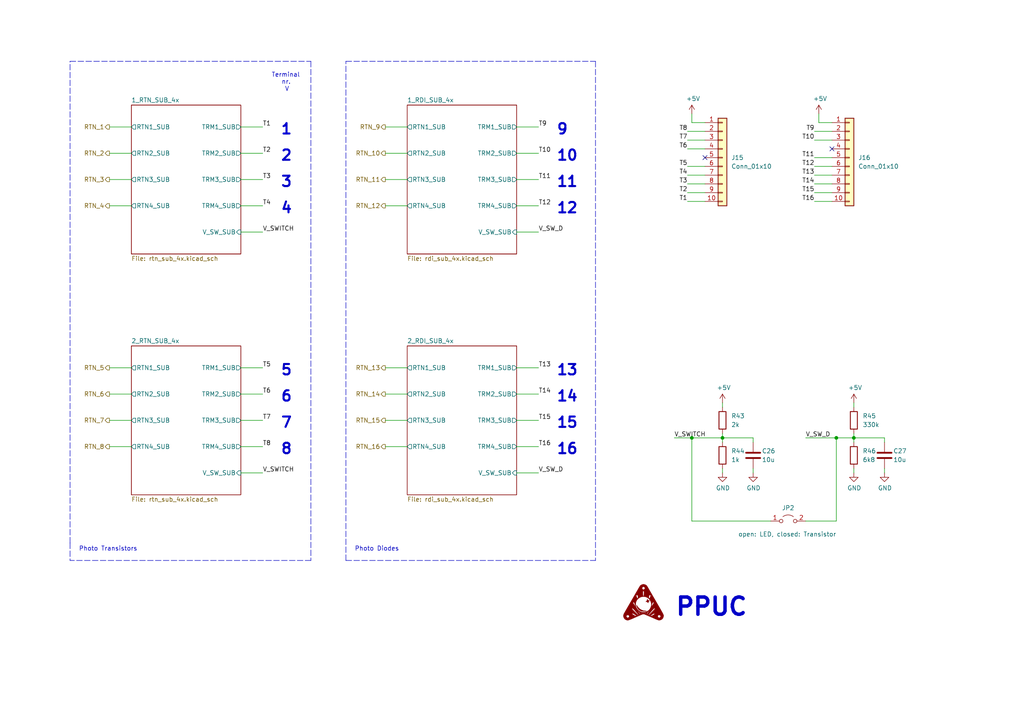
<source format=kicad_sch>
(kicad_sch (version 20211123) (generator eeschema)
  (paper "A4")
  (title_block (title "Opto_8") (date "2025-03-26") (rev "0.1.0"))
  (lib_symbols
    (symbol "Connector_Generic:Conn_01x10" (pin_names (offset 1.016) hide)
      (property "Reference" "J" (at 0 12.7 0))
      (property "Value" "Conn_01x10" (at 0 -15.24 0))
      (symbol "Conn_01x10_1_1"
        (rectangle (start -1.27 -12.573) (end 0 -12.827) (stroke (width 0.1524)))
        (rectangle (start -1.27 -10.033) (end 0 -10.287) (stroke (width 0.1524)))
        (rectangle (start -1.27 -7.493) (end 0 -7.747) (stroke (width 0.1524)))
        (rectangle (start -1.27 -4.953) (end 0 -5.207) (stroke (width 0.1524)))
        (rectangle (start -1.27 -2.413) (end 0 -2.667) (stroke (width 0.1524)))
        (rectangle (start -1.27 0.127) (end 0 -0.127) (stroke (width 0.1524)))
        (rectangle (start -1.27 2.667) (end 0 2.413) (stroke (width 0.1524)))
        (rectangle (start -1.27 5.207) (end 0 4.953) (stroke (width 0.1524)))
        (rectangle (start -1.27 7.747) (end 0 7.493) (stroke (width 0.1524)))
        (rectangle (start -1.27 10.287) (end 0 10.033) (stroke (width 0.1524)))
        (rectangle (start -1.27 11.43) (end 1.27 -13.97) (stroke (width 0.254)) (fill (type background)))
        (pin passive line (at -5.08 10.16 0) (length 3.81) (name "Pin_1") (number "1"))
        (pin passive line (at -5.08 -12.7 0) (length 3.81) (name "Pin_10") (number "10"))
        (pin passive line (at -5.08 7.62 0) (length 3.81) (name "Pin_2") (number "2"))
        (pin passive line (at -5.08 5.08 0) (length 3.81) (name "Pin_3") (number "3"))
        (pin passive line (at -5.08 2.54 0) (length 3.81) (name "Pin_4") (number "4"))
        (pin passive line (at -5.08 0 0) (length 3.81) (name "Pin_5") (number "5"))
        (pin passive line (at -5.08 -2.54 0) (length 3.81) (name "Pin_6") (number "6"))
        (pin passive line (at -5.08 -5.08 0) (length 3.81) (name "Pin_7") (number "7"))
        (pin passive line (at -5.08 -7.62 0) (length 3.81) (name "Pin_8") (number "8"))
        (pin passive line (at -5.08 -10.16 0) (length 3.81) (name "Pin_9") (number "9"))
      )
    )
    (symbol "Device:C" (pin_numbers hide) (pin_names (offset 0.254))
      (property "Reference" "C" (at 0.635 2.54 0))
      (property "Value" "C" (at 0.635 -2.54 0))
      (symbol "C_0_1"
        (polyline (pts (xy -2.032 -0.762) (xy 2.032 -0.762)) (stroke (width 0.508)))
        (polyline (pts (xy -2.032 0.762) (xy 2.032 0.762)) (stroke (width 0.508)))
      )
      (symbol "C_1_1"
        (pin passive line (at 0 3.81 270) (length 2.794) (name "~") (number "1"))
        (pin passive line (at 0 -3.81 90) (length 2.794) (name "~") (number "2"))
      )
    )
    (symbol "Device:R" (pin_numbers hide) (pin_names (offset 0))
      (property "Reference" "R" (at 2.032 0 90))
      (property "Value" "R" (at 0 0 90))
      (symbol "R_0_1"
        (rectangle (start -1.016 -2.54) (end 1.016 2.54) (stroke (width 0.254)))
      )
      (symbol "R_1_1"
        (pin passive line (at 0 3.81 270) (length 1.27) (name "~") (number "1"))
        (pin passive line (at 0 -3.81 90) (length 1.27) (name "~") (number "2"))
      )
    )
    (symbol "Jumper:Jumper_2_Open" (pin_names (offset 0) hide)
      (property "Reference" "JP" (at 0 2.794 0))
      (property "Value" "Jumper_2_Open" (at 0 -2.286 0))
      (symbol "Jumper_2_Open_0_0"
        (circle (center -2.032 0) (radius 0.508))
        (circle (center 2.032 0) (radius 0.508))
      )
      (symbol "Jumper_2_Open_0_1"
        (arc (start 1.524 1.27) (mid 0 1.778) (end -1.524 1.27))
      )
      (symbol "Jumper_2_Open_1_1"
        (pin passive line (at -5.08 0 0) (length 2.54) (name "A") (number "1"))
        (pin passive line (at 5.08 0 180) (length 2.54) (name "B") (number "2"))
      )
    )
    (symbol "PPUC_LOGO_LIB:LOGO" (pin_names (offset 1.016))
      (symbol "LOGO_0_0"
        (polyline (pts (xy 1.3461 0.5723) (xy 1.401 0.7319) (xy 1.5604 0.9187) (xy 1.7415 1.0689) (xy 1.5906 1.0703) (xy 1.4626 1.0839) (xy 1.2757 1.1732) (xy 1.1226 1.3565) (xy 1.0185 1.5273) (xy 1.0183 1.3201) (xy 1.0052 1.1853) (xy 0.9467 1.0647) (xy 0.8201 0.9316) (xy 0.6221 0.7503) (xy 0.8008 0.7503) (xy 0.8737 0.7451) (xy 1.0075 0.6918) (xy 1.1462 0.5632) (xy 1.3128 0.3761) (xy 1.3461 0.5723)) (stroke (width 0.01)) (fill (type outline)))
        (polyline (pts (xy 0.1988 -2.0744) (xy 0.5626 -2.0132) (xy 0.8306 -1.9387) (xy 0.5626 -1.9329) (xy 0.4034 -1.9255) (xy -0.1437 -1.8346) (xy -0.6511 -1.6461) (xy -1.1124 -1.3635) (xy -1.5212 -0.9906) (xy -1.8709 -0.5311) (xy -1.984 -0.3573) (xy -2.0545 -0.2659) (xy -2.0804 -0.2689) (xy -2.0663 -0.3675) (xy -2.0172 -0.5626) (xy -1.9531 -0.7694) (xy -1.7523 -1.1905) (xy -1.478 -1.5343) (xy -1.1315 -1.7993) (xy -0.7139 -1.9844) (xy -0.5869 -2.0195) (xy -0.2016 -2.0761) (xy 0.1988 -2.0744)) (stroke (width 0.01)) (fill (type outline)))
        (polyline (pts (xy -4.5517 -4.6263) (xy -4.4448 -4.6087) (xy -4.3144 -4.5748) (xy -4.1524 -4.5216) (xy -3.9504 -4.4461) (xy -3.7002 -4.3452) (xy -3.3934 -4.216) (xy -3.0218 -4.0554) (xy -2.5771 -3.8605) (xy -2.0509 -3.6282) (xy -1.435 -3.3556) (xy -1.2826 -3.2884) (xy -0.8872 -3.1181) (xy -0.5757 -2.9915) (xy -0.3394 -2.9052) (xy -0.1694 -2.8558) (xy -0.0568 -2.84) (xy -0.0245 -2.8416) (xy 0.131 -2.8733) (xy 0.3579 -2.9476) (xy 0.3988 -2.9636) (xy 0.839 -2.9636) (xy 0.8472 -2.8886) (xy 0.9027 -2.7535) (xy 0.9916 -2.5822) (xy 1.0998 -2.3987) (xy 1.2134 -2.2268) (xy 1.3183 -2.0905) (xy 1.4005 -2.0137) (xy 1.4168 -2.0042) (xy 1.5142 -1.9565) (xy 1.554 -1.9532) (xy 1.5352 -1.9949) (xy 1.471 -2.1124) (xy 1.372 -2.2847) (xy 1.2494 -2.4921) (xy 1.1911 -2.5891) (xy 1.067 -2.7902) (xy 0.9809 -2.9159) (xy 0.922 -2.9787) (xy 0.8793 -2.9916) (xy 0.8417 -2.9673) (xy 0.839 -2.9636) (xy 0.3988 -2.9636) (xy 0.6639 -3.0673) (xy 0.7882 -3.1204) (xy 1.3552 -3.1204) (xy 1.3684 -3.0819) (xy 1.4092 -3.0182) (xy 1.4848 -2.9199) (xy 1.6022 -2.7776) (xy 1.7681 -2.5821) (xy 1.9898 -2.3238) (xy 2.2741 -1.9934) (xy 2.3543 -1.9006) (xy 2.5716 -1.6532) (xy 2.7639 -1.4401) (xy 2.9202 -1.2731) (xy 3.0295 -1.1642) (xy 3.0806 -1.1253) (xy 3.1358 -1.1406) (xy 3.2268 -1.2163) (xy 3.2683 -1.3101) (xy 3.2514 -1.3383) (xy 3.1703 -1.4365) (xy 3.0314 -1.5923) (xy 2.845 -1.7944) (xy 2.6213 -2.0315) (xy 2.3707 -2.2924) (xy 2.351 -2.3128) (xy 2.0542 -2.6162) (xy 1.8219 -2.8468) (xy 1.6473 -3.011) (xy 1.5231 -3.1152) (xy 1.4426 -3.1656) (xy 1.3986 -3.1685) (xy 1.3841 -3.1593) (xy 1.3628 -3.1431) (xy 1.3552 -3.1204) (xy 0.7882 -3.1204) (xy 1.0567 -3.2351) (xy 1.0705 -3.2411) (xy 1.3795 -3.3769) (xy 1.9566 -3.3769) (xy 1.9884 -3.3276) (xy 2.094 -3.2343) (xy 2.2572 -3.1101) (xy 2.4618 -2.9683) (xy 2.6777 -2.8269) (xy 2.8466 -2.7247) (xy 2.9592 -2.6709) (xy 3.0317 -2.658) (xy 3.0801 -2.6784) (xy 3.1461 -2.75) (xy 3.1608 -2.8368) (xy 3.096 -2.9317) (xy 2.9448 -3.0443) (xy 2.7 -3.184) (xy 2.4032 -3.33) (xy 2.1841 -3.41) (xy 2.1049 -3.4183) (xy 4.0884 -3.4183) (xy 4.1623 -3.2625) (xy 4.3036 -3.1508) (xy 4.5012 -3.108) (xy 4.5793 -3.1144) (xy 4.7536 -3.1871) (xy 4.8688 -3.3198) (xy 4.9151 -3.4866) (xy 4.8831 -3.6614) (xy 4.7631 -3.818) (xy 4.7494 -3.8288) (xy 4.5699 -3.9046) (xy 4.377 -3.8877) (xy 4.2041 -3.7802) (xy 4.187 -3.7622) (xy 4.093 -3.5932) (xy 4.0884 -3.4183) (xy 2.1049 -3.4183) (xy 2.0372 -3.4254) (xy 1.9569 -3.3776) (xy 1.9566 -3.3769) (xy 1.3795 -3.3769) (xy 1.4118 -3.3911) (xy 1.8166 -3.5689) (xy 2.2518 -3.7602) (xy 2.6843 -3.9502) (xy 3.0812 -4.1246) (xy 3.4438 -4.2828) (xy 3.7384 -4.4075) (xy 3.9656 -4.4978) (xy 4.1405 -4.5588) (xy 4.2783 -4.5958) (xy 4.3943 -4.6142) (xy 4.5035 -4.6191) (xy 4.5541 -4.6183) (xy 4.9176 -4.5572) (xy 5.2324 -4.407) (xy 5.4866 -4.1778) (xy 5.6688 -3.8797) (xy 5.767 -3.5229) (xy 5.7717 -3.4883) (xy 5.7812 -3.4013) (xy 5.7831 -3.317) (xy 5.7737 -3.2275) (xy 5.7489 -3.1248) (xy 5.7051 -3.001) (xy 5.6384 -2.848) (xy 5.5448 -2.658) (xy 5.4206 -2.4231) (xy 5.2619 -2.1351) (xy 5.0648 -1.7863) (xy 4.8256 -1.3685) (xy 4.5403 -0.874) (xy 4.2052 -0.2947) (xy 3.8596 0.3026) (xy 3.2999 1.2707) (xy 2.6957 2.3167) (xy 2.0442 3.4454) (xy 1.3424 4.6621) (xy 1.3358 4.6735) (xy 1.1639 4.9694) (xy 1.0314 5.1879) (xy 0.9254 5.3445) (xy 0.8331 5.4546) (xy 0.7415 5.5337) (xy 0.6378 5.5972) (xy 0.509 5.6605) (xy 0.4416 5.69) (xy 0.084 5.7811) (xy -0.2769 5.7684) (xy -0.6253 5.6522) (xy -0.7345 5.5939) (xy -0.885 5.5) (xy -0.9779 5.4245) (xy -0.9942 5.4027) (xy -1.0647 5.2936) (xy -1.1755 5.1127) (xy -1.3175 4.8747) (xy -1.4638 4.6255) (xy -0.4632 4.6255) (xy -0.4306 4.8182) (xy -0.3984 4.8816) (xy -0.2632 5.0164) (xy -0.0889 5.0695) (xy 0.0977 5.0371) (xy 0.2697 4.9157) (xy 0.3554 4.7754) (xy 0.3676 4.5978) (xy 0.2886 4.4299) (xy 0.1241 4.2957) (xy 0.0455 4.2633) (xy -0.1365 4.2539) (xy -0.2956 4.324) (xy -0.4114 4.4543) (xy -0.4632 4.6255) (xy -1.4638 4.6255) (xy -1.4819 4.5946) (xy -1.66 4.287) (xy -1.7166 4.1885) (xy -1.9049 3.8615) (xy -2.0851 3.5488) (xy -2.1688 3.404) (xy -0.2283 3.404) (xy -0.2262 3.5927) (xy -0.2144 3.7126) (xy -0.1911 3.7823) (xy -0.1547 3.82) (xy -0.0974 3.8437) (xy 0.0195 3.8417) (xy 0.061 3.8097) (xy 0.0892 3.7328) (xy 0.1031 3.5914) (xy 0.1067 3.3643) (xy 0.1066 3.3405) (xy 0.1012 3.0848) (xy 0.089 2.834) (xy 0.0724 2.6392) (xy 0.0716 2.6321) (xy 0.043 2.4646) (xy 0.0034 2.3807) (xy -0.0579 2.3578) (xy -0.1111 2.3636) (xy -0.1783 2.398) (xy -0.1789 2.3992) (xy -0.1896 2.4712) (xy -0.2012 2.627) (xy -0.2123 2.8444) (xy -0.2216 3.1014) (xy -0.2224 3.1282) (xy -0.2283 3.404) (xy -2.1688 3.404) (xy -2.2461 3.2702) (xy -2.3763 3.0453) (xy -2.4646 2.8937) (xy -2.5328 2.7766) (xy -2.6595 2.5584) (xy -2.6793 2.5242) (xy -2.1341 2.5242) (xy -2.1155 2.5845) (xy -2.0247 2.675) (xy -1.8982 2.6952) (xy -1.7757 2.633) (xy -1.7537 2.6068) (xy -1.6879 2.4618) (xy -1.6458 2.267) (xy -1.6309 2.0599) (xy -1.6466 1.8782) (xy -1.6962 1.7594) (xy -1.7615 1.6966) (xy -1.8218 1.6612) (xy -1.8419 1.6763) (xy -1.8946 1.7681) (xy -1.9597 1.9182) (xy -2.0266 2.0977) (xy -2.0849 2.2778) (xy -2.1243 2.4296) (xy -2.1341 2.5242) (xy -2.6793 2.5242) (xy -2.8158 2.2886) (xy -2.9879 1.9906) (xy -3.1625 1.688) (xy -3.2951 1.458) (xy -3.469 1.1568) (xy -3.63 0.8782) (xy -3.7647 0.6455) (xy -3.8595 0.4823) (xy -3.8914 0.4274) (xy -3.0678 0.4274) (xy -3.0484 0.5433) (xy -2.9776 0.6215) (xy -2.8768 0.6275) (xy -2.7998 0.5648) (xy -2.7033 0.4155) (xy -2.6127 0.2108) (xy -2.5894 0.1365) (xy -2.3239 0.1365) (xy -2.2472 0.5701) (xy -2.0885 0.9814) (xy -1.8498 1.3566) (xy -1.5332 1.6819) (xy -1.1407 1.9435) (xy -0.9119 2.0507) (xy -0.4377 2.1933) (xy 0.0354 2.2296) (xy 0.504 2.1594) (xy 0.8654 2.0208) (xy 1.5087 2.0208) (xy 1.525 2.2218) (xy 1.567 2.4548) (xy 1.6445 2.6272) (xy 1.7518 2.7009) (xy 1.8868 2.6733) (xy 1.9403 2.6399) (xy 1.9991 2.568) (xy 2.0109 2.4625) (xy 1.976 2.3022) (xy 1.8947 2.0662) (xy 1.8728 2.0084) (xy 1.8012 1.8315) (xy 1.7436 1.7078) (xy 1.7109 1.6612) (xy 1.6648 1.6879) (xy 1.5826 1.7664) (xy 1.55 1.8078) (xy 1.5157 1.8934) (xy 1.5087 2.0208) (xy 0.8654 2.0208) (xy 0.9647 1.9827) (xy 1.1079 1.903) (xy 1.4698 1.6273) (xy 1.772 1.2848) (xy 2.0056 0.8931) (xy 2.1613 0.4697) (xy 2.2302 0.0322) (xy 2.203 -0.4019) (xy 2.1714 -0.5408) (xy 2.1461 -0.6155) (xy 2.3578 -0.6155) (xy 2.3583 -0.2943) (xy 2.3682 -0.0984) (xy 2.4156 0.0962) (xy 2.5179 0.3043) (xy 2.5922 0.4276) (xy 2.6782 0.5541) (xy 2.7341 0.617) (xy 2.7414 0.6209) (xy 2.8273 0.6122) (xy 2.9101 0.5431) (xy 2.9472 0.4477) (xy 2.9318 0.398) (xy 2.8706 0.2689) (xy 2.7736 0.0883) (xy 2.6525 -0.1215) (xy 2.3578 -0.6155) (xy 2.1461 -0.6155) (xy 2.064 -0.8575) (xy 1.9161 -1.1751) (xy 1.7457 -1.4578) (xy 1.5706 -1.6698) (xy 1.3652 -1.8396) (xy 1.0298 -2.0466) (xy 0.6676 -2.2076) (xy 0.3215 -2.3008) (xy 0.1712 -2.3246) (xy 0.0123 -2.3442) (xy -0.1182 -2.3464) (xy -0.2648 -2.331) (xy -0.4724 -2.2979) (xy -0.4834 -2.296) (xy -0.9009 -2.1729) (xy -1.3021 -1.9569) (xy -1.6617 -1.6616) (xy -1.7713 -1.5443) (xy -2.0424 -1.1598) (xy -2.2235 -0.7423) (xy -2.3167 -0.3056) (xy -2.3239 0.1365) (xy -2.5894 0.1365) (xy -2.5398 -0.0217) (xy -2.4965 -0.2545) (xy -2.4816 -0.4145) (xy -2.4756 -0.541) (xy -2.4815 -0.5894) (xy -2.5017 -0.5657) (xy -2.5654 -0.4691) (xy -2.6582 -0.3191) (xy -2.7664 -0.1389) (xy -2.8762 0.0488) (xy -2.974 0.2208) (xy -3.046 0.3543) (xy -3.0678 0.4274) (xy -3.8914 0.4274) (xy -4.074 0.1136) (xy -4.3251 -0.3193) (xy -4.5746 -0.7508) (xy -4.8159 -1.1694) (xy -4.8786 -1.2784) (xy -3.3671 -1.2784) (xy -3.3327 -1.1892) (xy -3.2323 -1.1521) (xy -3.1966 -1.1624) (xy -3.1101 -1.2232) (xy -2.9813 -1.3438) (xy -2.8042 -1.5303) (xy -2.5728 -1.7888) (xy -2.4208 -1.9643) (xy -1.6612 -1.9643) (xy -1.6594 -1.9591) (xy -1.608 -1.97) (xy -1.508 -2.0309) (xy -1.4986 -2.0381) (xy -1.4073 -2.1382) (xy -1.294 -2.297) (xy -1.1757 -2.4857) (xy -1.1695 -2.4968) (xy -0.7356 -2.4968) (xy -0.7314 -2.4282) (xy -0.7254 -2.4236) (xy -0.6547 -2.4286) (xy -0.5743 -2.4801) (xy -0.5359 -2.5467) (xy -0.5327 -2.5851) (xy -0.5292 -2.5989) (xy -0.1072 -2.5989) (xy -0.1012 -2.5619) (xy -0.0536 -2.5185) (xy -0.029 -2.5276) (xy 0 -2.5989) (xy -0.0061 -2.6359) (xy -0.0536 -2.6793) (xy -0.0783 -2.6702) (xy -0.1072 -2.5989) (xy -0.5292 -2.5989) (xy -0.5081 -2.6831) (xy 0.3751 -2.6831) (xy 0.3938 -2.606) (xy 0.4512 -2.5082) (xy 0.5205 -2.4385) (xy 0.5741 -2.4318) (xy 0.5748 -2.4325) (xy 0.5814 -2.4999) (xy 0.5635 -2.6219) (xy 0.5251 -2.7192) (xy 0.4602 -2.7803) (xy 0.4009 -2.7713) (xy 0.3751 -2.6831) (xy -0.5081 -2.6831) (xy -0.5034 -2.7017) (xy -0.4959 -2.7525) (xy -0.5517 -2.7865) (xy -0.5685 -2.7818) (xy -0.6326 -2.7165) (xy -0.6955 -2.6073) (xy -0.7356 -2.4968) (xy -1.1695 -2.4968) (xy -1.0699 -2.6753) (xy -0.9938 -2.8369) (xy -0.9646 -2.9417) (xy -0.969 -2.9815) (xy -1.0057 -2.9971) (xy -1.0815 -2.9245) (xy -1.199 -2.761) (xy -1.3606 -2.5038) (xy -1.4599 -2.3373) (xy -1.5641 -2.1562) (xy -1.635 -2.025) (xy -1.6612 -1.9643) (xy -2.4208 -1.9643) (xy -2.2811 -2.1255) (xy -2.1217 -2.3119) (xy -1.9044 -2.5679) (xy -1.7186 -2.7886) (xy -1.574 -2.9626) (xy -1.4803 -3.0784) (xy -1.4469 -3.1245) (xy -1.454 -3.1382) (xy -1.52 -3.1781) (xy -1.5278 -3.1783) (xy -1.6047 -3.1327) (xy -1.7462 -3.0164) (xy -1.9453 -2.8356) (xy -2.1952 -2.5966) (xy -2.489 -2.3054) (xy -2.6581 -2.1348) (xy -2.9131 -1.8736) (xy -3.1029 -1.672) (xy -3.2353 -1.521) (xy -3.3182 -1.4112) (xy -3.3595 -1.3334) (xy -3.3671 -1.2784) (xy -4.8786 -1.2784) (xy -5.0426 -1.5637) (xy -5.2481 -1.9224) (xy -5.4258 -2.2341) (xy -5.5692 -2.4873) (xy -5.6719 -2.6707) (xy -5.7271 -2.7729) (xy -5.7627 -2.8709) (xy -3.2801 -2.8709) (xy -3.2782 -2.7698) (xy -3.2311 -2.6705) (xy -3.1611 -2.6257) (xy -3.1607 -2.6257) (xy -3.0971 -2.6543) (xy -2.9637 -2.7303) (xy -2.7798 -2.8423) (xy -2.5647 -2.9788) (xy -2.4856 -3.0303) (xy -2.2723 -3.1753) (xy -2.1417 -3.2771) (xy -2.0852 -3.3429) (xy -2.0946 -3.3799) (xy -2.1486 -3.4044) (xy -2.2775 -3.4271) (xy -2.3431 -3.4116) (xy -2.4883 -3.3518) (xy -2.6743 -3.2611) (xy -2.8733 -3.1545) (xy -3.0577 -3.0469) (xy -3.1998 -2.9533) (xy -3.2718 -2.8888) (xy -3.2801 -2.8709) (xy -5.7627 -2.8709) (xy -5.8531 -3.1193) (xy -5.8778 -3.4709) (xy -5.8635 -3.5309) (xy -5.022 -3.5309) (xy -5.0037 -3.3668) (xy -4.9098 -3.2345) (xy -4.7661 -3.1451) (xy -4.5983 -3.1099) (xy -4.432 -3.1399) (xy -4.293 -3.2464) (xy -4.1967 -3.4285) (xy -4.2009 -3.61) (xy -4.3113 -3.7802) (xy -4.4173 -3.8602) (xy -4.5991 -3.9092) (xy -4.7763 -3.8703) (xy -4.9237 -3.7513) (xy -5.016 -3.5602) (xy -5.022 -3.5309) (xy -5.8635 -3.5309) (xy -5.7969 -3.8115) (xy -5.611 -4.1347) (xy -5.4411 -4.3242) (xy -5.1815 -4.5027) (xy -4.8682 -4.6016) (xy -4.8152 -4.6112) (xy -4.7286 -4.6245) (xy -4.6436 -4.6306) (xy -4.5517 -4.6263)) (stroke (width 0.01)) (fill (type outline)))
      )
    )
    (symbol "power:+5V" (power) (pin_names (offset 0))
      (property "Value" "+5V" (at 0 3.556 0))
      (symbol "+5V_0_1"
        (polyline (pts (xy -0.762 1.27) (xy 0 2.54)))
        (polyline (pts (xy 0 0) (xy 0 2.54)))
        (polyline (pts (xy 0 2.54) (xy 0.762 1.27)))
      )
      (symbol "+5V_1_1"
        (pin power_in line (at 0 0 90) (length 0) hide (name "+5V") (number "1"))
      )
    )
    (symbol "power:GND" (power) (pin_names (offset 0))
      (property "Value" "GND" (at 0 -3.81 0))
      (symbol "GND_0_1"
        (polyline (pts (xy 0 0) (xy 0 -1.27) (xy 1.27 -1.27) (xy 0 -2.54) (xy -1.27 -1.27) (xy 0 -1.27)))
      )
      (symbol "GND_1_1"
        (pin power_in line (at 0 0 270) (length 0) hide (name "GND") (number "1"))
      )
    )
  )
  (junction (at 209.55 127))
  (junction (at 247.65 127))
  (junction (at 200.66 127))
  (junction (at 242.57 127))
  (no_connect (at 204.47 45.72))
  (no_connect (at 241.3 43.18))
  (wire (pts (xy 111.76 106.68) (xy 118.11 106.68)))
  (wire (pts (xy 247.65 127) (xy 256.54 127)))
  (wire (pts (xy 209.55 127) (xy 218.44 127)))
  (wire (pts (xy 199.39 55.88) (xy 204.47 55.88)))
  (wire (pts (xy 199.39 53.34) (xy 204.47 53.34)))
  (wire (pts (xy 69.85 67.31) (xy 76.2 67.31)))
  (wire (pts (xy 149.86 106.68) (xy 156.21 106.68)))
  (wire (pts (xy 242.57 127) (xy 247.65 127)))
  (wire (pts (xy 31.75 121.92) (xy 38.1 121.92)))
  (wire (pts (xy 149.86 52.07) (xy 156.21 52.07)))
  (wire (pts (xy 237.49 35.56) (xy 241.3 35.56)))
  (wire (pts (xy 236.22 55.88) (xy 241.3 55.88)))
  (wire (pts (xy 256.54 127) (xy 256.54 128.27)))
  (wire (pts (xy 209.55 127) (xy 209.55 128.27)))
  (wire (pts (xy 31.75 106.68) (xy 38.1 106.68)))
  (polyline (pts (xy 90.17 17.78) (xy 90.17 162.56)))
  (wire (pts (xy 209.55 125.73) (xy 209.55 127)))
  (wire (pts (xy 69.85 36.83) (xy 76.2 36.83)))
  (wire (pts (xy 233.68 151.13) (xy 242.57 151.13)))
  (polyline (pts (xy 100.33 162.56) (xy 100.33 17.78)))
  (wire (pts (xy 256.54 135.89) (xy 256.54 137.16)))
  (wire (pts (xy 31.75 114.3) (xy 38.1 114.3)))
  (wire (pts (xy 111.76 129.54) (xy 118.11 129.54)))
  (wire (pts (xy 111.76 59.69) (xy 118.11 59.69)))
  (wire (pts (xy 199.39 58.42) (xy 204.47 58.42)))
  (wire (pts (xy 111.76 36.83) (xy 118.11 36.83)))
  (wire (pts (xy 195.58 127) (xy 200.66 127)))
  (wire (pts (xy 69.85 129.54) (xy 76.2 129.54)))
  (wire (pts (xy 233.68 127) (xy 242.57 127)))
  (wire (pts (xy 149.86 129.54) (xy 156.21 129.54)))
  (polyline (pts (xy 20.32 157.48) (xy 20.32 162.56)))
  (wire (pts (xy 247.65 116.84) (xy 247.65 118.11)))
  (wire (pts (xy 199.39 48.26) (xy 204.47 48.26)))
  (wire (pts (xy 236.22 38.1) (xy 241.3 38.1)))
  (wire (pts (xy 236.22 58.42) (xy 241.3 58.42)))
  (wire (pts (xy 247.65 127) (xy 247.65 128.27)))
  (wire (pts (xy 31.75 44.45) (xy 38.1 44.45)))
  (wire (pts (xy 236.22 48.26) (xy 241.3 48.26)))
  (polyline (pts (xy 20.32 157.48) (xy 20.32 17.78)))
  (polyline (pts (xy 20.32 17.78) (xy 90.17 17.78)))
  (wire (pts (xy 237.49 33.02) (xy 237.49 35.56)))
  (wire (pts (xy 223.52 151.13) (xy 200.66 151.13)))
  (wire (pts (xy 69.85 121.92) (xy 76.2 121.92)))
  (wire (pts (xy 236.22 53.34) (xy 241.3 53.34)))
  (wire (pts (xy 247.65 135.89) (xy 247.65 137.16)))
  (wire (pts (xy 31.75 129.54) (xy 38.1 129.54)))
  (wire (pts (xy 200.66 33.02) (xy 200.66 35.56)))
  (wire (pts (xy 69.85 52.07) (xy 76.2 52.07)))
  (wire (pts (xy 200.66 151.13) (xy 200.66 127)))
  (wire (pts (xy 200.66 35.56) (xy 204.47 35.56)))
  (polyline (pts (xy 100.33 17.78) (xy 172.72 17.78)))
  (polyline (pts (xy 172.72 17.78) (xy 172.72 162.56)))
  (wire (pts (xy 31.75 36.83) (xy 38.1 36.83)))
  (wire (pts (xy 31.75 59.69) (xy 38.1 59.69)))
  (wire (pts (xy 149.86 67.31) (xy 156.21 67.31)))
  (wire (pts (xy 31.75 52.07) (xy 38.1 52.07)))
  (wire (pts (xy 199.39 38.1) (xy 204.47 38.1)))
  (wire (pts (xy 218.44 135.89) (xy 218.44 137.16)))
  (wire (pts (xy 69.85 106.68) (xy 76.2 106.68)))
  (wire (pts (xy 200.66 127) (xy 209.55 127)))
  (wire (pts (xy 149.86 137.16) (xy 156.21 137.16)))
  (wire (pts (xy 199.39 50.8) (xy 204.47 50.8)))
  (wire (pts (xy 247.65 125.73) (xy 247.65 127)))
  (wire (pts (xy 242.57 151.13) (xy 242.57 127)))
  (polyline (pts (xy 90.17 162.56) (xy 20.32 162.56)))
  (wire (pts (xy 111.76 121.92) (xy 118.11 121.92)))
  (wire (pts (xy 199.39 40.64) (xy 204.47 40.64)))
  (wire (pts (xy 236.22 45.72) (xy 241.3 45.72)))
  (wire (pts (xy 199.39 43.18) (xy 204.47 43.18)))
  (wire (pts (xy 69.85 59.69) (xy 76.2 59.69)))
  (wire (pts (xy 149.86 44.45) (xy 156.21 44.45)))
  (wire (pts (xy 236.22 50.8) (xy 241.3 50.8)))
  (polyline (pts (xy 100.33 162.56) (xy 172.72 162.56)))
  (wire (pts (xy 149.86 114.3) (xy 156.21 114.3)))
  (wire (pts (xy 111.76 44.45) (xy 118.11 44.45)))
  (wire (pts (xy 149.86 59.69) (xy 156.21 59.69)))
  (wire (pts (xy 111.76 52.07) (xy 118.11 52.07)))
  (wire (pts (xy 69.85 44.45) (xy 76.2 44.45)))
  (wire (pts (xy 209.55 116.84) (xy 209.55 118.11)))
  (wire (pts (xy 149.86 36.83) (xy 156.21 36.83)))
  (wire (pts (xy 69.85 137.16) (xy 76.2 137.16)))
  (wire (pts (xy 209.55 135.89) (xy 209.55 137.16)))
  (wire (pts (xy 149.86 121.92) (xy 156.21 121.92)))
  (wire (pts (xy 111.76 114.3) (xy 118.11 114.3)))
  (wire (pts (xy 69.85 114.3) (xy 76.2 114.3)))
  (wire (pts (xy 218.44 127) (xy 218.44 128.27)))
  (wire (pts (xy 236.22 40.64) (xy 241.3 40.64)))
  (text "10" (at 161.29 46.99 0) (effects (font (size 3 3) (thickness 0.6) bold) (justify left bottom)))
  (text "16" (at 161.29 132.08 0) (effects (font (size 3 3) (thickness 0.6) bold) (justify left bottom)))
  (text "7" (at 81.28 124.46 0) (effects (font (size 3 3) (thickness 0.6) bold) (justify left bottom)))
  (text "14" (at 161.29 116.84 0) (effects (font (size 3 3) (thickness 0.6) bold) (justify left bottom)))
  (text "8" (at 81.28 132.08 0) (effects (font (size 3 3) (thickness 0.6) bold) (justify left bottom)))
  (text "15" (at 161.29 124.46 0) (effects (font (size 3 3) (thickness 0.6) bold) (justify left bottom)))
  (text "1" (at 81.28 39.37 0) (effects (font (size 3 3) (thickness 0.6) bold) (justify left bottom)))
  (text "Photo Diodes" (at 102.87 160.02 0) (effects (font (size 1.27 1.27)) (justify left bottom)))
  (text "11" (at 161.29 54.61 0) (effects (font (size 3 3) (thickness 0.6) bold) (justify left bottom)))
  (text "13" (at 161.29 109.22 0) (effects (font (size 3 3) (thickness 0.6) bold) (justify left bottom)))
  (text "4" (at 81.28 62.23 0) (effects (font (size 3 3) (thickness 0.6) bold) (justify left bottom)))
  (text "PPUC" (at 195.58 179.07 0) (effects (font (size 5 5) bold) (justify left bottom)))
  (text "12" (at 161.29 62.23 0) (effects (font (size 3 3) (thickness 0.6) bold) (justify left bottom)))
  (text "Photo Transistors" (at 22.86 160.02 0) (effects (font (size 1.27 1.27)) (justify left bottom)))
  (text "3" (at 81.28 54.61 0) (effects (font (size 3 3) (thickness 0.6) bold) (justify left bottom)))
  (text "6" (at 81.28 116.84 0) (effects (font (size 3 3) (thickness 0.6) bold) (justify left bottom)))
  (text "Terminal\n   nr.\n    V" (at 78.74 26.67 0) (effects (font (size 1.27 1.27)) (justify left bottom)))
  (text "2" (at 81.28 46.99 0) (effects (font (size 3 3) (thickness 0.6) bold) (justify left bottom)))
  (text "9" (at 161.29 39.37 0) (effects (font (size 3 3) (thickness 0.6) bold) (justify left bottom)))
  (text "5" (at 81.28 109.22 0) (effects (font (size 3 3) (thickness 0.6) bold) (justify left bottom)))
  (label "T13" (at 156.21 106.68 0))
  (label "T11" (at 236.22 45.72 180))
  (label "T16" (at 236.22 58.42 180))
  (label "T1" (at 199.39 58.42 180))
  (label "T12" (at 236.22 48.26 180))
  (label "T3" (at 199.39 53.34 180))
  (label "V_SWITCH" (at 76.2 137.16 0))
  (label "T5" (at 76.2 106.68 0))
  (label "T8" (at 76.2 129.54 0))
  (label "T4" (at 199.39 50.8 180))
  (label "T7" (at 199.39 40.64 180))
  (label "T6" (at 76.2 114.3 0))
  (label "T1" (at 76.2 36.83 0))
  (label "T6" (at 199.39 43.18 180))
  (label "T2" (at 199.39 55.88 180))
  (label "V_SW_D" (at 156.21 137.16 0))
  (label "T11" (at 156.21 52.07 0))
  (label "V_SWITCH" (at 76.2 67.31 0))
  (label "T14" (at 236.22 53.34 180))
  (label "T13" (at 236.22 50.8 180))
  (label "T12" (at 156.21 59.69 0))
  (label "T15" (at 156.21 121.92 0))
  (label "V_SW_D" (at 233.68 127 0))
  (label "T10" (at 236.22 40.64 180))
  (label "V_SWITCH" (at 195.58 127 0))
  (label "T10" (at 156.21 44.45 0))
  (label "T5" (at 199.39 48.26 180))
  (label "T3" (at 76.2 52.07 0))
  (label "T2" (at 76.2 44.45 0))
  (label "T14" (at 156.21 114.3 0))
  (label "T9" (at 236.22 38.1 180))
  (label "T4" (at 76.2 59.69 0))
  (label "T8" (at 199.39 38.1 180))
  (label "T16" (at 156.21 129.54 0))
  (label "T15" (at 236.22 55.88 180))
  (label "V_SW_D" (at 156.21 67.31 0))
  (label "T9" (at 156.21 36.83 0))
  (label "T7" (at 76.2 121.92 0))
  (hierarchical_label "RTN_14" (shape output) (at 111.76 114.3 180))
  (hierarchical_label "RTN_10" (shape output) (at 111.76 44.45 180))
  (hierarchical_label "RTN_1" (shape output) (at 31.75 36.83 180))
  (hierarchical_label "RTN_11" (shape output) (at 111.76 52.07 180))
  (hierarchical_label "RTN_2" (shape output) (at 31.75 44.45 180))
  (hierarchical_label "RTN_8" (shape output) (at 31.75 129.54 180))
  (hierarchical_label "RTN_9" (shape output) (at 111.76 36.83 180))
  (hierarchical_label "RTN_7" (shape output) (at 31.75 121.92 180))
  (hierarchical_label "RTN_6" (shape output) (at 31.75 114.3 180))
  (hierarchical_label "RTN_5" (shape output) (at 31.75 106.68 180))
  (hierarchical_label "RTN_16" (shape output) (at 111.76 129.54 180))
  (hierarchical_label "RTN_3" (shape output) (at 31.75 52.07 180))
  (hierarchical_label "RTN_15" (shape output) (at 111.76 121.92 180))
  (hierarchical_label "RTN_12" (shape output) (at 111.76 59.69 180))
  (hierarchical_label "RTN_4" (shape output) (at 31.75 59.69 180))
  (hierarchical_label "RTN_13" (shape output) (at 111.76 106.68 180))
  (symbol (lib_id "Device:R") (at 209.55 132.08 0) (unit 1)
    (property "Reference" "R44" (at 212.09 130.8099 0) (effects (justify left)))
    (property "Value" "1k" (at 212.09 133.3499 0) (effects (justify left)))
    (property "Footprint" "Resistor_SMD:R_0603_1608Metric" (effects hide))
  )
  (symbol (lib_id "power:+5V") (at 200.66 33.02 0) (unit 1)
    (property "Reference" "#PWR072" (effects hide))
    (property "Value" "+5V" (at 201.041 28.6258 0))
  )
  (symbol (lib_id "power:GND") (at 209.55 137.16 0) (unit 1)
    (property "Reference" "#PWR074" (effects hide))
    (property "Value" "GND" (at 209.677 141.5542 0))
  )
  (symbol (lib_id "power:+5V") (at 237.49 33.02 0) (unit 1)
    (property "Reference" "#PWR076" (effects hide))
    (property "Value" "+5V" (at 237.871 28.6258 0))
  )
  (symbol (lib_id "Device:R") (at 247.65 121.92 0) (unit 1)
    (property "Reference" "R45" (at 250.19 120.6499 0) (effects (justify left)))
    (property "Value" "330k" (at 250.19 123.1899 0) (effects (justify left)))
    (property "Footprint" "Resistor_SMD:R_0603_1608Metric" (effects hide))
  )
  (symbol (lib_id "Device:C") (at 256.54 132.08 0) (unit 1)
    (property "Reference" "C27" (at 259.08 130.81 0) (effects (justify left)))
    (property "Value" "10u" (at 259.08 133.35 0) (effects (justify left)))
    (property "Footprint" "Capacitor_SMD:C_0603_1608Metric" (effects hide))
    (property "Note" "close to pin 44" (effects hide))
  )
  (symbol (lib_id "Device:C") (at 218.44 132.08 0) (unit 1)
    (property "Reference" "C26" (at 220.98 130.81 0) (effects (justify left)))
    (property "Value" "10u" (at 220.98 133.35 0) (effects (justify left)))
    (property "Footprint" "Capacitor_SMD:C_0603_1608Metric" (effects hide))
    (property "Note" "close to pin 44" (effects hide))
  )
  (symbol (lib_id "power:+5V") (at 247.65 116.84 0) (unit 1)
    (property "Reference" "#PWR077" (effects hide))
    (property "Value" "+5V" (at 248.031 112.4458 0))
  )
  (symbol (lib_id "power:GND") (at 247.65 137.16 0) (unit 1)
    (property "Reference" "#PWR078" (effects hide))
    (property "Value" "GND" (at 247.777 141.5542 0))
  )
  (symbol (lib_id "power:GND") (at 218.44 137.16 0) (unit 1)
    (property "Reference" "#PWR075" (effects hide))
    (property "Value" "GND" (at 218.567 141.5542 0))
  )
  (symbol (lib_id "Connector_Generic:Conn_01x10") (at 246.38 45.72 0) (unit 1)
    (property "Reference" "J16" (at 248.92 45.7199 0) (effects (justify left)))
    (property "Value" "Conn_01x10" (at 248.92 48.2599 0) (effects (justify left)))
    (property "Footprint" "Connector_Molex:Molex_KK-254_AE-6410-10A_1x10_P2.54mm_Vertical" (effects hide))
  )
  (symbol (lib_id "power:+5V") (at 209.55 116.84 0) (unit 1)
    (property "Reference" "#PWR073" (effects hide))
    (property "Value" "+5V" (at 209.931 112.4458 0))
  )
  (symbol (lib_id "PPUC_LOGO_LIB:LOGO") (at 186.69 175.26 0) (unit 1)
    (property "Reference" "#G3" (effects hide))
    (property "Value" "LOGO" (effects hide))
  )
  (symbol (lib_id "power:GND") (at 256.54 137.16 0) (unit 1)
    (property "Reference" "#PWR079" (effects hide))
    (property "Value" "GND" (at 256.667 141.5542 0))
  )
  (symbol (lib_id "Device:R") (at 209.55 121.92 0) (unit 1)
    (property "Reference" "R43" (at 212.09 120.6499 0) (effects (justify left)))
    (property "Value" "2k" (at 212.09 123.1899 0) (effects (justify left)))
    (property "Footprint" "Resistor_SMD:R_0603_1608Metric" (effects hide))
  )
  (symbol (lib_id "Device:R") (at 247.65 132.08 0) (unit 1)
    (property "Reference" "R46" (at 250.19 130.8099 0) (effects (justify left)))
    (property "Value" "6k8" (at 250.19 133.3499 0) (effects (justify left)))
    (property "Footprint" "Resistor_SMD:R_0603_1608Metric" (effects hide))
  )
  (symbol (lib_id "Connector_Generic:Conn_01x10") (at 209.55 45.72 0) (unit 1)
    (property "Reference" "J15" (at 212.09 45.7199 0) (effects (justify left)))
    (property "Value" "Conn_01x10" (at 212.09 48.2599 0) (effects (justify left)))
    (property "Footprint" "Connector_Molex:Molex_KK-254_AE-6410-10A_1x10_P2.54mm_Vertical" (effects hide))
  )
  (symbol (lib_id "Jumper:Jumper_2_Open") (at 228.6 151.13 0) (unit 1)
    (property "Reference" "JP2" (at 228.6 147.32 0))
    (property "Value" "open: LED, closed: Transistor" (at 242.57 154.94 0) (effects (justify right)))
    (property "Footprint" "Connector_PinHeader_2.54mm:PinHeader_1x02_P2.54mm_Vertical" (effects hide))
  )
  (sheet (at 118.11 100.33) (size 31.75 43.18) (stroke (width 0.1524))
    (property "Sheet name" "2_RDI_SUB_4x" (at 118.11 99.6184 0) (effects (justify left bottom)))
    (property "Sheet file" "rdi_sub_4x.kicad_sch" (at 118.11 144.0946 0) (effects (justify left top)))
    (pin "RTN2_SUB" output (at 118.11 114.3 180))
    (pin "TRM2_SUB" output (at 149.86 114.3 0))
    (pin "RTN1_SUB" output (at 118.11 106.68 180))
    (pin "TRM1_SUB" output (at 149.86 106.68 0))
    (pin "TRM3_SUB" output (at 149.86 121.92 0))
    (pin "RTN3_SUB" output (at 118.11 121.92 180))
    (pin "RTN4_SUB" output (at 118.11 129.54 180))
    (pin "TRM4_SUB" output (at 149.86 129.54 0))
    (pin "V_SW_SUB" input (at 149.86 137.16 0))
  )
  (sheet (at 38.1 100.33) (size 31.75 43.18) (stroke (width 0.1524))
    (property "Sheet name" "2_RTN_SUB_4x" (at 38.1 99.6184 0) (effects (justify left bottom)))
    (property "Sheet file" "rtn_sub_4x.kicad_sch" (at 38.1 144.0946 0) (effects (justify left top)))
    (pin "RTN2_SUB" output (at 38.1 114.3 180))
    (pin "TRM2_SUB" output (at 69.85 114.3 0))
    (pin "RTN1_SUB" output (at 38.1 106.68 180))
    (pin "TRM1_SUB" output (at 69.85 106.68 0))
    (pin "TRM3_SUB" output (at 69.85 121.92 0))
    (pin "RTN3_SUB" output (at 38.1 121.92 180))
    (pin "RTN4_SUB" output (at 38.1 129.54 180))
    (pin "TRM4_SUB" output (at 69.85 129.54 0))
    (pin "V_SW_SUB" input (at 69.85 137.16 0))
  )
  (sheet (at 118.11 30.48) (size 31.75 43.18) (stroke (width 0.1524))
    (property "Sheet name" "1_RDI_SUB_4x" (at 118.11 29.7684 0) (effects (justify left bottom)))
    (property "Sheet file" "rdi_sub_4x.kicad_sch" (at 118.11 74.2446 0) (effects (justify left top)))
    (pin "RTN2_SUB" output (at 118.11 44.45 180))
    (pin "TRM2_SUB" output (at 149.86 44.45 0))
    (pin "RTN1_SUB" output (at 118.11 36.83 180))
    (pin "TRM1_SUB" output (at 149.86 36.83 0))
    (pin "TRM3_SUB" output (at 149.86 52.07 0))
    (pin "RTN3_SUB" output (at 118.11 52.07 180))
    (pin "RTN4_SUB" output (at 118.11 59.69 180))
    (pin "TRM4_SUB" output (at 149.86 59.69 0))
    (pin "V_SW_SUB" input (at 149.86 67.31 0))
  )
  (sheet (at 38.1 30.48) (size 31.75 43.18) (stroke (width 0.1524))
    (property "Sheet name" "1_RTN_SUB_4x" (at 38.1 29.7684 0) (effects (justify left bottom)))
    (property "Sheet file" "rtn_sub_4x.kicad_sch" (at 38.1 74.2446 0) (effects (justify left top)))
    (pin "RTN2_SUB" output (at 38.1 44.45 180))
    (pin "TRM2_SUB" output (at 69.85 44.45 0))
    (pin "RTN1_SUB" output (at 38.1 36.83 180))
    (pin "TRM1_SUB" output (at 69.85 36.83 0))
    (pin "TRM3_SUB" output (at 69.85 52.07 0))
    (pin "RTN3_SUB" output (at 38.1 52.07 180))
    (pin "RTN4_SUB" output (at 38.1 59.69 180))
    (pin "TRM4_SUB" output (at 69.85 59.69 0))
    (pin "V_SW_SUB" input (at 69.85 67.31 0))
  )
)
</source>
